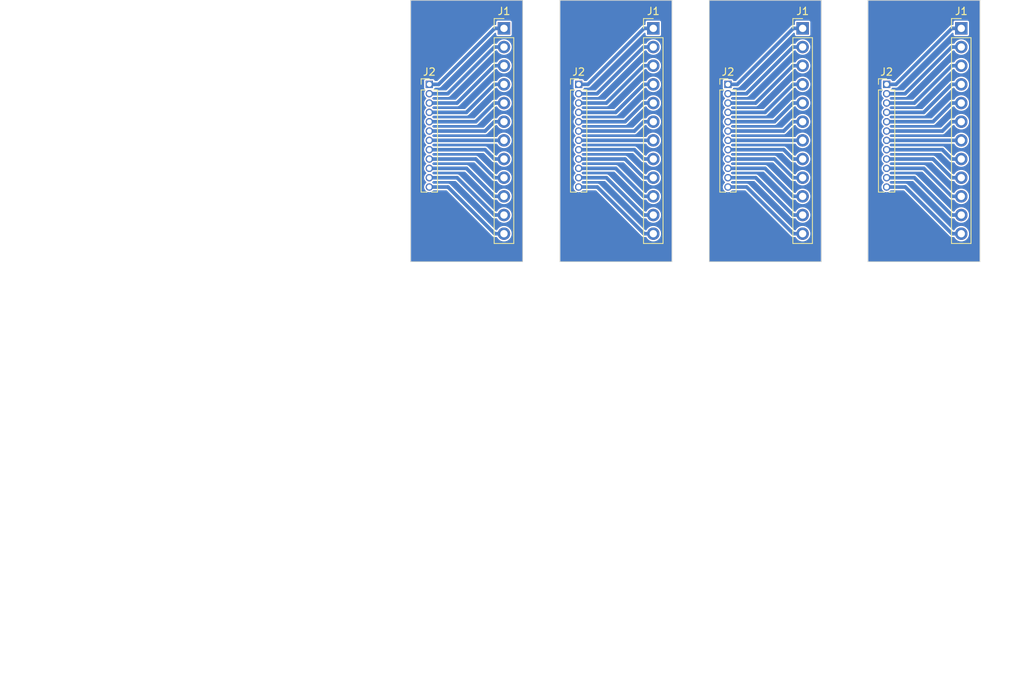
<source format=kicad_pcb>
(kicad_pcb (version 20221018) (generator pcbnew)
  (layers (0 "F.Cu" signal) (31 "B.Cu" signal) (34 "B.Paste" user) (35 "F.Paste" user) (36 "B.SilkS" user "B.Silkscreen") (37 "F.SilkS" user "F.Silkscreen") (38 "B.Mask" user) (39 "F.Mask" user) (44 "Edge.Cuts" user))
  (net 0 "")
  (net 1 "Net-(J1-Pin_1)")
  (net 2 "Net-(J1-Pin_2)")
  (net 3 "Net-(J1-Pin_3)")
  (net 4 "Net-(J1-Pin_4)")
  (net 5 "Net-(J1-Pin_5)")
  (net 6 "Net-(J1-Pin_6)")
  (net 7 "Net-(J1-Pin_7)")
  (net 8 "Net-(J1-Pin_8)")
  (net 9 "Net-(J1-Pin_9)")
  (net 10 "Net-(J1-Pin_10)")
  (net 11 "Net-(J1-Pin_11)")
  (net 12 "Net-(J1-Pin_12)")
  (footprint "Connector_PinHeader_1.27mm:PinHeader_1x12_P1.27mm_Vertical" (layer "F.Cu") (at 200.66 29.21)
    (fp_text reference "J2" (at 0 -1.695) (layer "F.SilkS"))
    (fp_text value "Screw_Terminal_01x12" hide)
    (fp_line (start -1.11 -0.76) (end 0 -0.76) (stroke (width 0.12)) (layer "F.SilkS"))
    (fp_line (start -1.11 0) (end -1.11 -0.76) (stroke (width 0.12)) (layer "F.SilkS"))
    (fp_line (start -1.11 0.76) (end -1.11 14.665) (stroke (width 0.12)) (layer "F.SilkS"))
    (fp_line (start -1.11 0.76) (end -0.563471 0.76) (stroke (width 0.12)) (layer "F.SilkS"))
    (fp_line (start -1.11 14.665) (end -0.30753 14.665) (stroke (width 0.12)) (layer "F.SilkS"))
    (fp_line (start 0.30753 14.665) (end 1.11 14.665) (stroke (width 0.12)) (layer "F.SilkS"))
    (fp_line (start 0.563471 0.76) (end 1.11 0.76) (stroke (width 0.12)) (layer "F.SilkS"))
    (fp_line (start 1.11 0.76) (end 1.11 14.665) (stroke (width 0.12)) (layer "F.SilkS"))
    (pad "1" thru_hole rect (at 0 0) (size 1 1) (drill 0.65) (layers "*.Cu" "*.Mask") (net 1 "Net-(J1-Pin_1)"))
    (pad "2" thru_hole oval (at 0 1.27) (size 1 1) (drill 0.65) (layers "*.Cu" "*.Mask") (net 2 "Net-(J1-Pin_2)"))
    (pad "3" thru_hole oval (at 0 2.54) (size 1 1) (drill 0.65) (layers "*.Cu" "*.Mask") (net 3 "Net-(J1-Pin_3)"))
    (pad "4" thru_hole oval (at 0 3.81) (size 1 1) (drill 0.65) (layers "*.Cu" "*.Mask") (net 4 "Net-(J1-Pin_4)"))
    (pad "5" thru_hole oval (at 0 5.08) (size 1 1) (drill 0.65) (layers "*.Cu" "*.Mask") (net 5 "Net-(J1-Pin_5)"))
    (pad "6" thru_hole oval (at 0 6.35) (size 1 1) (drill 0.65) (layers "*.Cu" "*.Mask") (net 6 "Net-(J1-Pin_6)"))
    (pad "7" thru_hole oval (at 0 7.62) (size 1 1) (drill 0.65) (layers "*.Cu" "*.Mask") (net 7 "Net-(J1-Pin_7)"))
    (pad "8" thru_hole oval (at 0 8.89) (size 1 1) (drill 0.65) (layers "*.Cu" "*.Mask") (net 8 "Net-(J1-Pin_8)"))
    (pad "9" thru_hole oval (at 0 10.16) (size 1 1) (drill 0.65) (layers "*.Cu" "*.Mask") (net 9 "Net-(J1-Pin_9)"))
    (pad "10" thru_hole oval (at 0 11.43) (size 1 1) (drill 0.65) (layers "*.Cu" "*.Mask") (net 10 "Net-(J1-Pin_10)"))
    (pad "11" thru_hole oval (at 0 12.7) (size 1 1) (drill 0.65) (layers "*.Cu" "*.Mask") (net 11 "Net-(J1-Pin_11)"))
    (pad "12" thru_hole oval (at 0 13.97) (size 1 1) (drill 0.65) (layers "*.Cu" "*.Mask") (net 12 "Net-(J1-Pin_12)"))
  )
  (footprint "Connector_PinHeader_2.54mm:PinHeader_1x12_P2.54mm_Vertical" (layer "F.Cu") (at 251.46 21.59)
    (fp_text reference "J1" (at 0 -2.33) (layer "F.SilkS"))
    (fp_text value "Screw_Terminal_01x12")
    (fp_line (start -1.33 -1.33) (end 0 -1.33) (stroke (width 0.12)) (layer "F.SilkS"))
    (fp_line (start -1.33 0) (end -1.33 -1.33) (stroke (width 0.12)) (layer "F.SilkS"))
    (fp_line (start -1.33 1.27) (end -1.33 29.27) (stroke (width 0.12)) (layer "F.SilkS"))
    (fp_line (start -1.33 1.27) (end 1.33 1.27) (stroke (width 0.12)) (layer "F.SilkS"))
    (fp_line (start -1.33 29.27) (end 1.33 29.27) (stroke (width 0.12)) (layer "F.SilkS"))
    (fp_line (start 1.33 1.27) (end 1.33 29.27) (stroke (width 0.12)) (layer "F.SilkS"))
    (pad "1" thru_hole rect (at 0 0) (size 1.7 1.7) (drill 1) (layers "*.Cu" "*.Mask") (net 1 "Net-(J1-Pin_1)"))
    (pad "2" thru_hole oval (at 0 2.54) (size 1.7 1.7) (drill 1) (layers "*.Cu" "*.Mask") (net 2 "Net-(J1-Pin_2)"))
    (pad "3" thru_hole oval (at 0 5.08) (size 1.7 1.7) (drill 1) (layers "*.Cu" "*.Mask") (net 3 "Net-(J1-Pin_3)"))
    (pad "4" thru_hole oval (at 0 7.62) (size 1.7 1.7) (drill 1) (layers "*.Cu" "*.Mask") (net 4 "Net-(J1-Pin_4)"))
    (pad "5" thru_hole oval (at 0 10.16) (size 1.7 1.7) (drill 1) (layers "*.Cu" "*.Mask") (net 5 "Net-(J1-Pin_5)"))
    (pad "6" thru_hole oval (at 0 12.7) (size 1.7 1.7) (drill 1) (layers "*.Cu" "*.Mask") (net 6 "Net-(J1-Pin_6)"))
    (pad "7" thru_hole oval (at 0 15.24) (size 1.7 1.7) (drill 1) (layers "*.Cu" "*.Mask") (net 7 "Net-(J1-Pin_7)"))
    (pad "8" thru_hole oval (at 0 17.78) (size 1.7 1.7) (drill 1) (layers "*.Cu" "*.Mask") (net 8 "Net-(J1-Pin_8)"))
    (pad "9" thru_hole oval (at 0 20.32) (size 1.7 1.7) (drill 1) (layers "*.Cu" "*.Mask") (net 9 "Net-(J1-Pin_9)"))
    (pad "10" thru_hole oval (at 0 22.86) (size 1.7 1.7) (drill 1) (layers "*.Cu" "*.Mask") (net 10 "Net-(J1-Pin_10)"))
    (pad "11" thru_hole oval (at 0 25.4) (size 1.7 1.7) (drill 1) (layers "*.Cu" "*.Mask") (net 11 "Net-(J1-Pin_11)"))
    (pad "12" thru_hole oval (at 0 27.94) (size 1.7 1.7) (drill 1) (layers "*.Cu" "*.Mask") (net 12 "Net-(J1-Pin_12)"))
  )
  (footprint "Connector_PinHeader_1.27mm:PinHeader_1x12_P1.27mm_Vertical" (layer "F.Cu") (at 241.3 29.21)
    (fp_text reference "J2" (at 0 -1.695) (layer "F.SilkS"))
    (fp_text value "Screw_Terminal_01x12" hide)
    (fp_line (start -1.11 -0.76) (end 0 -0.76) (stroke (width 0.12)) (layer "F.SilkS"))
    (fp_line (start -1.11 0) (end -1.11 -0.76) (stroke (width 0.12)) (layer "F.SilkS"))
    (fp_line (start -1.11 0.76) (end -1.11 14.665) (stroke (width 0.12)) (layer "F.SilkS"))
    (fp_line (start -1.11 0.76) (end -0.563471 0.76) (stroke (width 0.12)) (layer "F.SilkS"))
    (fp_line (start -1.11 14.665) (end -0.30753 14.665) (stroke (width 0.12)) (layer "F.SilkS"))
    (fp_line (start 0.30753 14.665) (end 1.11 14.665) (stroke (width 0.12)) (layer "F.SilkS"))
    (fp_line (start 0.563471 0.76) (end 1.11 0.76) (stroke (width 0.12)) (layer "F.SilkS"))
    (fp_line (start 1.11 0.76) (end 1.11 14.665) (stroke (width 0.12)) (layer "F.SilkS"))
    (pad "1" thru_hole rect (at 0 0) (size 1 1) (drill 0.65) (layers "*.Cu" "*.Mask") (net 1 "Net-(J1-Pin_1)"))
    (pad "2" thru_hole oval (at 0 1.27) (size 1 1) (drill 0.65) (layers "*.Cu" "*.Mask") (net 2 "Net-(J1-Pin_2)"))
    (pad "3" thru_hole oval (at 0 2.54) (size 1 1) (drill 0.65) (layers "*.Cu" "*.Mask") (net 3 "Net-(J1-Pin_3)"))
    (pad "4" thru_hole oval (at 0 3.81) (size 1 1) (drill 0.65) (layers "*.Cu" "*.Mask") (net 4 "Net-(J1-Pin_4)"))
    (pad "5" thru_hole oval (at 0 5.08) (size 1 1) (drill 0.65) (layers "*.Cu" "*.Mask") (net 5 "Net-(J1-Pin_5)"))
    (pad "6" thru_hole oval (at 0 6.35) (size 1 1) (drill 0.65) (layers "*.Cu" "*.Mask") (net 6 "Net-(J1-Pin_6)"))
    (pad "7" thru_hole oval (at 0 7.62) (size 1 1) (drill 0.65) (layers "*.Cu" "*.Mask") (net 7 "Net-(J1-Pin_7)"))
    (pad "8" thru_hole oval (at 0 8.89) (size 1 1) (drill 0.65) (layers "*.Cu" "*.Mask") (net 8 "Net-(J1-Pin_8)"))
    (pad "9" thru_hole oval (at 0 10.16) (size 1 1) (drill 0.65) (layers "*.Cu" "*.Mask") (net 9 "Net-(J1-Pin_9)"))
    (pad "10" thru_hole oval (at 0 11.43) (size 1 1) (drill 0.65) (layers "*.Cu" "*.Mask") (net 10 "Net-(J1-Pin_10)"))
    (pad "11" thru_hole oval (at 0 12.7) (size 1 1) (drill 0.65) (layers "*.Cu" "*.Mask") (net 11 "Net-(J1-Pin_11)"))
    (pad "12" thru_hole oval (at 0 13.97) (size 1 1) (drill 0.65) (layers "*.Cu" "*.Mask") (net 12 "Net-(J1-Pin_12)"))
  )
  (footprint "Connector_PinHeader_1.27mm:PinHeader_1x12_P1.27mm_Vertical" (layer "F.Cu") (at 220.98 29.21)
    (fp_text reference "J2" (at 0 -1.695) (layer "F.SilkS"))
    (fp_text value "Screw_Terminal_01x12" hide)
    (fp_line (start -1.11 -0.76) (end 0 -0.76) (stroke (width 0.12)) (layer "F.SilkS"))
    (fp_line (start -1.11 0) (end -1.11 -0.76) (stroke (width 0.12)) (layer "F.SilkS"))
    (fp_line (start -1.11 0.76) (end -1.11 14.665) (stroke (width 0.12)) (layer "F.SilkS"))
    (fp_line (start -1.11 0.76) (end -0.563471 0.76) (stroke (width 0.12)) (layer "F.SilkS"))
    (fp_line (start -1.11 14.665) (end -0.30753 14.665) (stroke (width 0.12)) (layer "F.SilkS"))
    (fp_line (start 0.30753 14.665) (end 1.11 14.665) (stroke (width 0.12)) (layer "F.SilkS"))
    (fp_line (start 0.563471 0.76) (end 1.11 0.76) (stroke (width 0.12)) (layer "F.SilkS"))
    (fp_line (start 1.11 0.76) (end 1.11 14.665) (stroke (width 0.12)) (layer "F.SilkS"))
    (pad "1" thru_hole rect (at 0 0) (size 1 1) (drill 0.65) (layers "*.Cu" "*.Mask") (net 1 "Net-(J1-Pin_1)"))
    (pad "2" thru_hole oval (at 0 1.27) (size 1 1) (drill 0.65) (layers "*.Cu" "*.Mask") (net 2 "Net-(J1-Pin_2)"))
    (pad "3" thru_hole oval (at 0 2.54) (size 1 1) (drill 0.65) (layers "*.Cu" "*.Mask") (net 3 "Net-(J1-Pin_3)"))
    (pad "4" thru_hole oval (at 0 3.81) (size 1 1) (drill 0.65) (layers "*.Cu" "*.Mask") (net 4 "Net-(J1-Pin_4)"))
    (pad "5" thru_hole oval (at 0 5.08) (size 1 1) (drill 0.65) (layers "*.Cu" "*.Mask") (net 5 "Net-(J1-Pin_5)"))
    (pad "6" thru_hole oval (at 0 6.35) (size 1 1) (drill 0.65) (layers "*.Cu" "*.Mask") (net 6 "Net-(J1-Pin_6)"))
    (pad "7" thru_hole oval (at 0 7.62) (size 1 1) (drill 0.65) (layers "*.Cu" "*.Mask") (net 7 "Net-(J1-Pin_7)"))
    (pad "8" thru_hole oval (at 0 8.89) (size 1 1) (drill 0.65) (layers "*.Cu" "*.Mask") (net 8 "Net-(J1-Pin_8)"))
    (pad "9" thru_hole oval (at 0 10.16) (size 1 1) (drill 0.65) (layers "*.Cu" "*.Mask") (net 9 "Net-(J1-Pin_9)"))
    (pad "10" thru_hole oval (at 0 11.43) (size 1 1) (drill 0.65) (layers "*.Cu" "*.Mask") (net 10 "Net-(J1-Pin_10)"))
    (pad "11" thru_hole oval (at 0 12.7) (size 1 1) (drill 0.65) (layers "*.Cu" "*.Mask") (net 11 "Net-(J1-Pin_11)"))
    (pad "12" thru_hole oval (at 0 13.97) (size 1 1) (drill 0.65) (layers "*.Cu" "*.Mask") (net 12 "Net-(J1-Pin_12)"))
  )
  (footprint "Connector_PinHeader_2.54mm:PinHeader_1x12_P2.54mm_Vertical" (layer "F.Cu") (at 231.14 21.59)
    (fp_text reference "J1" (at 0 -2.33) (layer "F.SilkS"))
    (fp_text value "Screw_Terminal_01x12")
    (fp_line (start -1.33 -1.33) (end 0 -1.33) (stroke (width 0.12)) (layer "F.SilkS"))
    (fp_line (start -1.33 0) (end -1.33 -1.33) (stroke (width 0.12)) (layer "F.SilkS"))
    (fp_line (start -1.33 1.27) (end -1.33 29.27) (stroke (width 0.12)) (layer "F.SilkS"))
    (fp_line (start -1.33 1.27) (end 1.33 1.27) (stroke (width 0.12)) (layer "F.SilkS"))
    (fp_line (start -1.33 29.27) (end 1.33 29.27) (stroke (width 0.12)) (layer "F.SilkS"))
    (fp_line (start 1.33 1.27) (end 1.33 29.27) (stroke (width 0.12)) (layer "F.SilkS"))
    (pad "1" thru_hole rect (at 0 0) (size 1.7 1.7) (drill 1) (layers "*.Cu" "*.Mask") (net 1 "Net-(J1-Pin_1)"))
    (pad "2" thru_hole oval (at 0 2.54) (size 1.7 1.7) (drill 1) (layers "*.Cu" "*.Mask") (net 2 "Net-(J1-Pin_2)"))
    (pad "3" thru_hole oval (at 0 5.08) (size 1.7 1.7) (drill 1) (layers "*.Cu" "*.Mask") (net 3 "Net-(J1-Pin_3)"))
    (pad "4" thru_hole oval (at 0 7.62) (size 1.7 1.7) (drill 1) (layers "*.Cu" "*.Mask") (net 4 "Net-(J1-Pin_4)"))
    (pad "5" thru_hole oval (at 0 10.16) (size 1.7 1.7) (drill 1) (layers "*.Cu" "*.Mask") (net 5 "Net-(J1-Pin_5)"))
    (pad "6" thru_hole oval (at 0 12.7) (size 1.7 1.7) (drill 1) (layers "*.Cu" "*.Mask") (net 6 "Net-(J1-Pin_6)"))
    (pad "7" thru_hole oval (at 0 15.24) (size 1.7 1.7) (drill 1) (layers "*.Cu" "*.Mask") (net 7 "Net-(J1-Pin_7)"))
    (pad "8" thru_hole oval (at 0 17.78) (size 1.7 1.7) (drill 1) (layers "*.Cu" "*.Mask") (net 8 "Net-(J1-Pin_8)"))
    (pad "9" thru_hole oval (at 0 20.32) (size 1.7 1.7) (drill 1) (layers "*.Cu" "*.Mask") (net 9 "Net-(J1-Pin_9)"))
    (pad "10" thru_hole oval (at 0 22.86) (size 1.7 1.7) (drill 1) (layers "*.Cu" "*.Mask") (net 10 "Net-(J1-Pin_10)"))
    (pad "11" thru_hole oval (at 0 25.4) (size 1.7 1.7) (drill 1) (layers "*.Cu" "*.Mask") (net 11 "Net-(J1-Pin_11)"))
    (pad "12" thru_hole oval (at 0 27.94) (size 1.7 1.7) (drill 1) (layers "*.Cu" "*.Mask") (net 12 "Net-(J1-Pin_12)"))
  )
  (footprint "Connector_PinHeader_1.27mm:PinHeader_1x12_P1.27mm_Vertical" (layer "F.Cu") (at 262.89 29.21)
    (fp_text reference "J2" (at 0 -1.695) (layer "F.SilkS"))
    (fp_text value "Screw_Terminal_01x12" hide)
    (fp_line (start -1.11 -0.76) (end 0 -0.76) (stroke (width 0.12)) (layer "F.SilkS"))
    (fp_line (start -1.11 0) (end -1.11 -0.76) (stroke (width 0.12)) (layer "F.SilkS"))
    (fp_line (start -1.11 0.76) (end -1.11 14.665) (stroke (width 0.12)) (layer "F.SilkS"))
    (fp_line (start -1.11 0.76) (end -0.563471 0.76) (stroke (width 0.12)) (layer "F.SilkS"))
    (fp_line (start -1.11 14.665) (end -0.30753 14.665) (stroke (width 0.12)) (layer "F.SilkS"))
    (fp_line (start 0.30753 14.665) (end 1.11 14.665) (stroke (width 0.12)) (layer "F.SilkS"))
    (fp_line (start 0.563471 0.76) (end 1.11 0.76) (stroke (width 0.12)) (layer "F.SilkS"))
    (fp_line (start 1.11 0.76) (end 1.11 14.665) (stroke (width 0.12)) (layer "F.SilkS"))
    (pad "1" thru_hole rect (at 0 0) (size 1 1) (drill 0.65) (layers "*.Cu" "*.Mask") (net 1 "Net-(J1-Pin_1)"))
    (pad "2" thru_hole oval (at 0 1.27) (size 1 1) (drill 0.65) (layers "*.Cu" "*.Mask") (net 2 "Net-(J1-Pin_2)"))
    (pad "3" thru_hole oval (at 0 2.54) (size 1 1) (drill 0.65) (layers "*.Cu" "*.Mask") (net 3 "Net-(J1-Pin_3)"))
    (pad "4" thru_hole oval (at 0 3.81) (size 1 1) (drill 0.65) (layers "*.Cu" "*.Mask") (net 4 "Net-(J1-Pin_4)"))
    (pad "5" thru_hole oval (at 0 5.08) (size 1 1) (drill 0.65) (layers "*.Cu" "*.Mask") (net 5 "Net-(J1-Pin_5)"))
    (pad "6" thru_hole oval (at 0 6.35) (size 1 1) (drill 0.65) (layers "*.Cu" "*.Mask") (net 6 "Net-(J1-Pin_6)"))
    (pad "7" thru_hole oval (at 0 7.62) (size 1 1) (drill 0.65) (layers "*.Cu" "*.Mask") (net 7 "Net-(J1-Pin_7)"))
    (pad "8" thru_hole oval (at 0 8.89) (size 1 1) (drill 0.65) (layers "*.Cu" "*.Mask") (net 8 "Net-(J1-Pin_8)"))
    (pad "9" thru_hole oval (at 0 10.16) (size 1 1) (drill 0.65) (layers "*.Cu" "*.Mask") (net 9 "Net-(J1-Pin_9)"))
    (pad "10" thru_hole oval (at 0 11.43) (size 1 1) (drill 0.65) (layers "*.Cu" "*.Mask") (net 10 "Net-(J1-Pin_10)"))
    (pad "11" thru_hole oval (at 0 12.7) (size 1 1) (drill 0.65) (layers "*.Cu" "*.Mask") (net 11 "Net-(J1-Pin_11)"))
    (pad "12" thru_hole oval (at 0 13.97) (size 1 1) (drill 0.65) (layers "*.Cu" "*.Mask") (net 12 "Net-(J1-Pin_12)"))
  )
  (footprint "Connector_PinHeader_2.54mm:PinHeader_1x12_P2.54mm_Vertical" (layer "F.Cu") (at 210.82 21.59)
    (fp_text reference "J1" (at 0 -2.33) (layer "F.SilkS"))
    (fp_text value "Screw_Terminal_01x12")
    (fp_line (start -1.33 -1.33) (end 0 -1.33) (stroke (width 0.12)) (layer "F.SilkS"))
    (fp_line (start -1.33 0) (end -1.33 -1.33) (stroke (width 0.12)) (layer "F.SilkS"))
    (fp_line (start -1.33 1.27) (end -1.33 29.27) (stroke (width 0.12)) (layer "F.SilkS"))
    (fp_line (start -1.33 1.27) (end 1.33 1.27) (stroke (width 0.12)) (layer "F.SilkS"))
    (fp_line (start -1.33 29.27) (end 1.33 29.27) (stroke (width 0.12)) (layer "F.SilkS"))
    (fp_line (start 1.33 1.27) (end 1.33 29.27) (stroke (width 0.12)) (layer "F.SilkS"))
    (pad "1" thru_hole rect (at 0 0) (size 1.7 1.7) (drill 1) (layers "*.Cu" "*.Mask") (net 1 "Net-(J1-Pin_1)"))
    (pad "2" thru_hole oval (at 0 2.54) (size 1.7 1.7) (drill 1) (layers "*.Cu" "*.Mask") (net 2 "Net-(J1-Pin_2)"))
    (pad "3" thru_hole oval (at 0 5.08) (size 1.7 1.7) (drill 1) (layers "*.Cu" "*.Mask") (net 3 "Net-(J1-Pin_3)"))
    (pad "4" thru_hole oval (at 0 7.62) (size 1.7 1.7) (drill 1) (layers "*.Cu" "*.Mask") (net 4 "Net-(J1-Pin_4)"))
    (pad "5" thru_hole oval (at 0 10.16) (size 1.7 1.7) (drill 1) (layers "*.Cu" "*.Mask") (net 5 "Net-(J1-Pin_5)"))
    (pad "6" thru_hole oval (at 0 12.7) (size 1.7 1.7) (drill 1) (layers "*.Cu" "*.Mask") (net 6 "Net-(J1-Pin_6)"))
    (pad "7" thru_hole oval (at 0 15.24) (size 1.7 1.7) (drill 1) (layers "*.Cu" "*.Mask") (net 7 "Net-(J1-Pin_7)"))
    (pad "8" thru_hole oval (at 0 17.78) (size 1.7 1.7) (drill 1) (layers "*.Cu" "*.Mask") (net 8 "Net-(J1-Pin_8)"))
    (pad "9" thru_hole oval (at 0 20.32) (size 1.7 1.7) (drill 1) (layers "*.Cu" "*.Mask") (net 9 "Net-(J1-Pin_9)"))
    (pad "10" thru_hole oval (at 0 22.86) (size 1.7 1.7) (drill 1) (layers "*.Cu" "*.Mask") (net 10 "Net-(J1-Pin_10)"))
    (pad "11" thru_hole oval (at 0 25.4) (size 1.7 1.7) (drill 1) (layers "*.Cu" "*.Mask") (net 11 "Net-(J1-Pin_11)"))
    (pad "12" thru_hole oval (at 0 27.94) (size 1.7 1.7) (drill 1) (layers "*.Cu" "*.Mask") (net 12 "Net-(J1-Pin_12)"))
  )
  (footprint "Connector_PinHeader_2.54mm:PinHeader_1x12_P2.54mm_Vertical" (layer "F.Cu") (at 273.05 21.59)
    (fp_text reference "J1" (at 0 -2.33) (layer "F.SilkS"))
    (fp_text value "Screw_Terminal_01x12")
    (fp_line (start -1.33 -1.33) (end 0 -1.33) (stroke (width 0.12)) (layer "F.SilkS"))
    (fp_line (start -1.33 0) (end -1.33 -1.33) (stroke (width 0.12)) (layer "F.SilkS"))
    (fp_line (start -1.33 1.27) (end -1.33 29.27) (stroke (width 0.12)) (layer "F.SilkS"))
    (fp_line (start -1.33 1.27) (end 1.33 1.27) (stroke (width 0.12)) (layer "F.SilkS"))
    (fp_line (start -1.33 29.27) (end 1.33 29.27) (stroke (width 0.12)) (layer "F.SilkS"))
    (fp_line (start 1.33 1.27) (end 1.33 29.27) (stroke (width 0.12)) (layer "F.SilkS"))
    (pad "1" thru_hole rect (at 0 0) (size 1.7 1.7) (drill 1) (layers "*.Cu" "*.Mask") (net 1 "Net-(J1-Pin_1)"))
    (pad "2" thru_hole oval (at 0 2.54) (size 1.7 1.7) (drill 1) (layers "*.Cu" "*.Mask") (net 2 "Net-(J1-Pin_2)"))
    (pad "3" thru_hole oval (at 0 5.08) (size 1.7 1.7) (drill 1) (layers "*.Cu" "*.Mask") (net 3 "Net-(J1-Pin_3)"))
    (pad "4" thru_hole oval (at 0 7.62) (size 1.7 1.7) (drill 1) (layers "*.Cu" "*.Mask") (net 4 "Net-(J1-Pin_4)"))
    (pad "5" thru_hole oval (at 0 10.16) (size 1.7 1.7) (drill 1) (layers "*.Cu" "*.Mask") (net 5 "Net-(J1-Pin_5)"))
    (pad "6" thru_hole oval (at 0 12.7) (size 1.7 1.7) (drill 1) (layers "*.Cu" "*.Mask") (net 6 "Net-(J1-Pin_6)"))
    (pad "7" thru_hole oval (at 0 15.24) (size 1.7 1.7) (drill 1) (layers "*.Cu" "*.Mask") (net 7 "Net-(J1-Pin_7)"))
    (pad "8" thru_hole oval (at 0 17.78) (size 1.7 1.7) (drill 1) (layers "*.Cu" "*.Mask") (net 8 "Net-(J1-Pin_8)"))
    (pad "9" thru_hole oval (at 0 20.32) (size 1.7 1.7) (drill 1) (layers "*.Cu" "*.Mask") (net 9 "Net-(J1-Pin_9)"))
    (pad "10" thru_hole oval (at 0 22.86) (size 1.7 1.7) (drill 1) (layers "*.Cu" "*.Mask") (net 10 "Net-(J1-Pin_10)"))
    (pad "11" thru_hole oval (at 0 25.4) (size 1.7 1.7) (drill 1) (layers "*.Cu" "*.Mask") (net 11 "Net-(J1-Pin_11)"))
    (pad "12" thru_hole oval (at 0 27.94) (size 1.7 1.7) (drill 1) (layers "*.Cu" "*.Mask") (net 12 "Net-(J1-Pin_12)"))
  )
  (gr_line (start 213.36 17.78) (end 198.12 17.78) (stroke (width 0.1)) (layer "Edge.Cuts"))
  (gr_line (start 260.35 53.34) (end 275.59 53.34) (stroke (width 0.1)) (layer "Edge.Cuts"))
  (gr_line (start 198.12 17.78) (end 198.12 53.34) (stroke (width 0.1)) (layer "Edge.Cuts"))
  (gr_line (start 238.76 53.34) (end 254 53.34) (stroke (width 0.1)) (layer "Edge.Cuts"))
  (gr_line (start 275.59 17.78) (end 260.35 17.78) (stroke (width 0.1)) (layer "Edge.Cuts"))
  (gr_line (start 213.36 53.34) (end 213.36 17.78) (stroke (width 0.1)) (layer "Edge.Cuts"))
  (gr_line (start 218.44 53.34) (end 233.68 53.34) (stroke (width 0.1)) (layer "Edge.Cuts"))
  (gr_line (start 260.35 17.78) (end 260.35 53.34) (stroke (width 0.1)) (layer "Edge.Cuts"))
  (gr_line (start 254 53.34) (end 254 17.78) (stroke (width 0.1)) (layer "Edge.Cuts"))
  (gr_line (start 198.12 53.34) (end 213.36 53.34) (stroke (width 0.1)) (layer "Edge.Cuts"))
  (gr_line (start 254 17.78) (end 238.76 17.78) (stroke (width 0.1)) (layer "Edge.Cuts"))
  (gr_line (start 275.59 53.34) (end 275.59 17.78) (stroke (width 0.1)) (layer "Edge.Cuts"))
  (gr_line (start 233.68 17.78) (end 218.44 17.78) (stroke (width 0.1)) (layer "Edge.Cuts"))
  (gr_line (start 218.44 17.78) (end 218.44 53.34) (stroke (width 0.1)) (layer "Edge.Cuts"))
  (gr_line (start 233.68 53.34) (end 233.68 17.78) (stroke (width 0.1)) (layer "Edge.Cuts"))
  (gr_line (start 238.76 17.78) (end 238.76 53.34) (stroke (width 0.1)) (layer "Edge.Cuts"))
  (segment (start 231.14 21.59) (end 229.87 21.59) (width 0.5) (layer "B.Cu") (net 1))
  (segment (start 229.87 21.59) (end 222.25 29.21) (width 0.5) (layer "B.Cu") (net 1))
  (segment (start 209.55 21.59) (end 201.93 29.21) (width 0.5) (layer "B.Cu") (net 1))
  (segment (start 264.16 29.21) (end 262.89 29.21) (width 0.5) (layer "B.Cu") (net 1))
  (segment (start 201.93 29.21) (end 200.66 29.21) (width 0.5) (layer "B.Cu") (net 1))
  (segment (start 222.25 29.21) (end 220.98 29.21) (width 0.5) (layer "B.Cu") (net 1))
  (segment (start 273.05 21.59) (end 271.78 21.59) (width 0.5) (layer "B.Cu") (net 1))
  (segment (start 210.82 21.59) (end 209.55 21.59) (width 0.5) (layer "B.Cu") (net 1))
  (segment (start 242.57 29.21) (end 241.3 29.21) (width 0.5) (layer "B.Cu") (net 1))
  (segment (start 271.78 21.59) (end 264.16 29.21) (width 0.5) (layer "B.Cu") (net 1))
  (segment (start 250.19 21.59) (end 242.57 29.21) (width 0.5) (layer "B.Cu") (net 1))
  (segment (start 251.46 21.59) (end 250.19 21.59) (width 0.5) (layer "B.Cu") (net 1))
  (segment (start 209.5181 24.13) (end 203.1681 30.48) (width 0.5) (layer "B.Cu") (net 2))
  (segment (start 203.1681 30.48) (end 200.66 30.48) (width 0.5) (layer "B.Cu") (net 2))
  (segment (start 243.8081 30.48) (end 241.3 30.48) (width 0.5) (layer "B.Cu") (net 2))
  (segment (start 210.82 24.13) (end 209.5181 24.13) (width 0.5) (layer "B.Cu") (net 2))
  (segment (start 251.46 24.13) (end 250.1581 24.13) (width 0.5) (layer "B.Cu") (net 2))
  (segment (start 229.8381 24.13) (end 223.4881 30.48) (width 0.5) (layer "B.Cu") (net 2))
  (segment (start 265.3981 30.48) (end 262.89 30.48) (width 0.5) (layer "B.Cu") (net 2))
  (segment (start 223.4881 30.48) (end 220.98 30.48) (width 0.5) (layer "B.Cu") (net 2))
  (segment (start 273.05 24.13) (end 271.7481 24.13) (width 0.5) (layer "B.Cu") (net 2))
  (segment (start 231.14 24.13) (end 229.8381 24.13) (width 0.5) (layer "B.Cu") (net 2))
  (segment (start 271.7481 24.13) (end 265.3981 30.48) (width 0.5) (layer "B.Cu") (net 2))
  (segment (start 250.1581 24.13) (end 243.8081 30.48) (width 0.5) (layer "B.Cu") (net 2))
  (segment (start 273.05 26.67) (end 271.7481 26.67) (width 0.5) (layer "B.Cu") (net 3))
  (segment (start 245.0781 31.75) (end 241.3 31.75) (width 0.5) (layer "B.Cu") (net 3))
  (segment (start 204.4381 31.75) (end 200.66 31.75) (width 0.5) (layer "B.Cu") (net 3))
  (segment (start 231.14 26.67) (end 229.8381 26.67) (width 0.5) (layer "B.Cu") (net 3))
  (segment (start 210.82 26.67) (end 209.5181 26.67) (width 0.5) (layer "B.Cu") (net 3))
  (segment (start 209.5181 26.67) (end 204.4381 31.75) (width 0.5) (layer "B.Cu") (net 3))
  (segment (start 229.8381 26.67) (end 224.7581 31.75) (width 0.5) (layer "B.Cu") (net 3))
  (segment (start 250.1581 26.67) (end 245.0781 31.75) (width 0.5) (layer "B.Cu") (net 3))
  (segment (start 224.7581 31.75) (end 220.98 31.75) (width 0.5) (layer "B.Cu") (net 3))
  (segment (start 266.6681 31.75) (end 262.89 31.75) (width 0.5) (layer "B.Cu") (net 3))
  (segment (start 271.7481 26.67) (end 266.6681 31.75) (width 0.5) (layer "B.Cu") (net 3))
  (segment (start 251.46 26.67) (end 250.1581 26.67) (width 0.5) (layer "B.Cu") (net 3))
  (segment (start 246.3481 33.02) (end 241.3 33.02) (width 0.5) (layer "B.Cu") (net 4))
  (segment (start 231.14 29.21) (end 229.8381 29.21) (width 0.5) (layer "B.Cu") (net 4))
  (segment (start 271.7481 29.21) (end 267.9381 33.02) (width 0.5) (layer "B.Cu") (net 4))
  (segment (start 273.05 29.21) (end 271.7481 29.21) (width 0.5) (layer "B.Cu") (net 4))
  (segment (start 267.9381 33.02) (end 262.89 33.02) (width 0.5) (layer "B.Cu") (net 4))
  (segment (start 209.5181 29.21) (end 205.7081 33.02) (width 0.5) (layer "B.Cu") (net 4))
  (segment (start 226.0281 33.02) (end 220.98 33.02) (width 0.5) (layer "B.Cu") (net 4))
  (segment (start 210.82 29.21) (end 209.5181 29.21) (width 0.5) (layer "B.Cu") (net 4))
  (segment (start 250.1581 29.21) (end 246.3481 33.02) (width 0.5) (layer "B.Cu") (net 4))
  (segment (start 251.46 29.21) (end 250.1581 29.21) (width 0.5) (layer "B.Cu") (net 4))
  (segment (start 205.7081 33.02) (end 200.66 33.02) (width 0.5) (layer "B.Cu") (net 4))
  (segment (start 229.8381 29.21) (end 226.0281 33.02) (width 0.5) (layer "B.Cu") (net 4))
  (segment (start 247.6181 34.29) (end 241.3 34.29) (width 0.5) (layer "B.Cu") (net 5))
  (segment (start 269.2081 34.29) (end 262.89 34.29) (width 0.5) (layer "B.Cu") (net 5))
  (segment (start 271.7481 31.75) (end 269.2081 34.29) (width 0.5) (layer "B.Cu") (net 5))
  (segment (start 229.8381 31.75) (end 227.2981 34.29) (width 0.5) (layer "B.Cu") (net 5))
  (segment (start 251.46 31.75) (end 250.1581 31.75) (width 0.5) (layer "B.Cu") (net 5))
  (segment (start 250.1581 31.75) (end 247.6181 34.29) (width 0.5) (layer "B.Cu") (net 5))
  (segment (start 206.9781 34.29) (end 200.66 34.29) (width 0.5) (layer "B.Cu") (net 5))
  (segment (start 231.14 31.75) (end 229.8381 31.75) (width 0.5) (layer "B.Cu") (net 5))
  (segment (start 210.82 31.75) (end 209.5181 31.75) (width 0.5) (layer "B.Cu") (net 5))
  (segment (start 227.2981 34.29) (end 220.98 34.29) (width 0.5) (layer "B.Cu") (net 5))
  (segment (start 209.5181 31.75) (end 206.9781 34.29) (width 0.5) (layer "B.Cu") (net 5))
  (segment (start 273.05 31.75) (end 271.7481 31.75) (width 0.5) (layer "B.Cu") (net 5))
  (segment (start 210.82 34.29) (end 209.5181 34.29) (width 0.5) (layer "B.Cu") (net 6))
  (segment (start 248.8881 35.56) (end 241.3 35.56) (width 0.5) (layer "B.Cu") (net 6))
  (segment (start 208.2481 35.56) (end 200.66 35.56) (width 0.5) (layer "B.Cu") (net 6))
  (segment (start 273.05 34.29) (end 271.7481 34.29) (width 0.5) (layer "B.Cu") (net 6))
  (segment (start 251.46 34.29) (end 250.1581 34.29) (width 0.5) (layer "B.Cu") (net 6))
  (segment (start 250.1581 34.29) (end 248.8881 35.56) (width 0.5) (layer "B.Cu") (net 6))
  (segment (start 228.5681 35.56) (end 220.98 35.56) (width 0.5) (layer "B.Cu") (net 6))
  (segment (start 231.14 34.29) (end 229.8381 34.29) (width 0.5) (layer "B.Cu") (net 6))
  (segment (start 229.8381 34.29) (end 228.5681 35.56) (width 0.5) (layer "B.Cu") (net 6))
  (segment (start 270.4781 35.56) (end 262.89 35.56) (width 0.5) (layer "B.Cu") (net 6))
  (segment (start 271.7481 34.29) (end 270.4781 35.56) (width 0.5) (layer "B.Cu") (net 6))
  (segment (start 209.5181 34.29) (end 208.2481 35.56) (width 0.5) (layer "B.Cu") (net 6))
  (segment (start 273.05 36.83) (end 262.89 36.83) (width 0.5) (layer "B.Cu") (net 7))
  (segment (start 231.14 36.83) (end 220.98 36.83) (width 0.5) (layer "B.Cu") (net 7))
  (segment (start 251.46 36.83) (end 241.3 36.83) (width 0.5) (layer "B.Cu") (net 7))
  (segment (start 210.82 36.83) (end 200.66 36.83) (width 0.5) (layer "B.Cu") (net 7))
  (segment (start 208.2481 38.1) (end 200.66 38.1) (width 0.5) (layer "B.Cu") (net 8))
  (segment (start 228.5681 38.1) (end 220.98 38.1) (width 0.5) (layer "B.Cu") (net 8))
  (segment (start 231.14 39.37) (end 229.8381 39.37) (width 0.5) (layer "B.Cu") (net 8))
  (segment (start 271.7481 39.37) (end 270.4781 38.1) (width 0.5) (layer "B.Cu") (net 8))
  (segment (start 209.5181 39.37) (end 208.2481 38.1) (width 0.5) (layer "B.Cu") (net 8))
  (segment (start 250.1581 39.37) (end 248.8881 38.1) (width 0.5) (layer "B.Cu") (net 8))
  (segment (start 210.82 39.37) (end 209.5181 39.37) (width 0.5) (layer "B.Cu") (net 8))
  (segment (start 229.8381 39.37) (end 228.5681 38.1) (width 0.5) (layer "B.Cu") (net 8))
  (segment (start 251.46 39.37) (end 250.1581 39.37) (width 0.5) (layer "B.Cu") (net 8))
  (segment (start 270.4781 38.1) (end 262.89 38.1) (width 0.5) (layer "B.Cu") (net 8))
  (segment (start 248.8881 38.1) (end 241.3 38.1) (width 0.5) (layer "B.Cu") (net 8))
  (segment (start 273.05 39.37) (end 271.7481 39.37) (width 0.5) (layer "B.Cu") (net 8))
  (segment (start 206.9781 39.37) (end 200.66 39.37) (width 0.5) (layer "B.Cu") (net 9))
  (segment (start 209.5181 41.91) (end 206.9781 39.37) (width 0.5) (layer "B.Cu") (net 9))
  (segment (start 227.2981 39.37) (end 220.98 39.37) (width 0.5) (layer "B.Cu") (net 9))
  (segment (start 229.8381 41.91) (end 227.2981 39.37) (width 0.5) (layer "B.Cu") (net 9))
  (segment (start 231.14 41.91) (end 229.8381 41.91) (width 0.5) (layer "B.Cu") (net 9))
  (segment (start 250.1581 41.91) (end 247.6181 39.37) (width 0.5) (layer "B.Cu") (net 9))
  (segment (start 210.82 41.91) (end 209.5181 41.91) (width 0.5) (layer "B.Cu") (net 9))
  (segment (start 251.46 41.91) (end 250.1581 41.91) (width 0.5) (layer "B.Cu") (net 9))
  (segment (start 273.05 41.91) (end 271.7481 41.91) (width 0.5) (layer "B.Cu") (net 9))
  (segment (start 269.2081 39.37) (end 262.89 39.37) (width 0.5) (layer "B.Cu") (net 9))
  (segment (start 271.7481 41.91) (end 269.2081 39.37) (width 0.5) (layer "B.Cu") (net 9))
  (segment (start 247.6181 39.37) (end 241.3 39.37) (width 0.5) (layer "B.Cu") (net 9))
  (segment (start 231.14 44.45) (end 229.8381 44.45) (width 0.5) (layer "B.Cu") (net 10))
  (segment (start 251.46 44.45) (end 250.1581 44.45) (width 0.5) (layer "B.Cu") (net 10))
  (segment (start 241.3 40.64) (end 246.3481 40.64) (width 0.5) (layer "B.Cu") (net 10))
  (segment (start 273.05 44.45) (end 271.7481 44.45) (width 0.5) (layer "B.Cu") (net 10))
  (segment (start 205.7081 40.64) (end 209.5181 44.45) (width 0.5) (layer "B.Cu") (net 10))
  (segment (start 210.82 44.45) (end 209.5181 44.45) (width 0.5) (layer "B.Cu") (net 10))
  (segment (start 246.3481 40.64) (end 250.1581 44.45) (width 0.5) (layer "B.Cu") (net 10))
  (segment (start 267.9381 40.64) (end 271.7481 44.45) (width 0.5) (layer "B.Cu") (net 10))
  (segment (start 226.0281 40.64) (end 229.8381 44.45) (width 0.5) (layer "B.Cu") (net 10))
  (segment (start 262.89 40.64) (end 267.9381 40.64) (width 0.5) (layer "B.Cu") (net 10))
  (segment (start 200.66 40.64) (end 205.7081 40.64) (width 0.5) (layer "B.Cu") (net 10))
  (segment (start 220.98 40.64) (end 226.0281 40.64) (width 0.5) (layer "B.Cu") (net 10))
  (segment (start 266.6681 41.91) (end 262.89 41.91) (width 0.5) (layer "B.Cu") (net 11))
  (segment (start 273.05 46.99) (end 271.7481 46.99) (width 0.5) (layer "B.Cu") (net 11))
  (segment (start 271.7481 46.99) (end 266.6681 41.91) (width 0.5) (layer "B.Cu") (net 11))
  (segment (start 245.0781 41.91) (end 241.3 41.91) (width 0.5) (layer "B.Cu") (net 11))
  (segment (start 210.82 46.99) (end 209.5181 46.99) (width 0.5) (layer "B.Cu") (net 11))
  (segment (start 224.7581 41.91) (end 220.98 41.91) (width 0.5) (layer "B.Cu") (net 11))
  (segment (start 229.8381 46.99) (end 224.7581 41.91) (width 0.5) (layer "B.Cu") (net 11))
  (segment (start 231.14 46.99) (end 229.8381 46.99) (width 0.5) (layer "B.Cu") (net 11))
  (segment (start 251.46 46.99) (end 250.1581 46.99) (width 0.5) (layer "B.Cu") (net 11))
  (segment (start 250.1581 46.99) (end 245.0781 41.91) (width 0.5) (layer "B.Cu") (net 11))
  (segment (start 204.4381 41.91) (end 200.66 41.91) (width 0.5) (layer "B.Cu") (net 11))
  (segment (start 209.5181 46.99) (end 204.4381 41.91) (width 0.5) (layer "B.Cu") (net 11))
  (segment (start 223.52 43.18) (end 220.98 43.18) (width 0.5) (layer "B.Cu") (net 12))
  (segment (start 229.87 49.53) (end 223.52 43.18) (width 0.5) (layer "B.Cu") (net 12))
  (segment (start 265.43 43.18) (end 262.89 43.18) (width 0.5) (layer "B.Cu") (net 12))
  (segment (start 243.84 43.18) (end 241.3 43.18) (width 0.5) (layer "B.Cu") (net 12))
  (segment (start 250.19 49.53) (end 243.84 43.18) (width 0.5) (layer "B.Cu") (net 12))
  (segment (start 210.82 49.53) (end 209.55 49.53) (width 0.5) (layer "B.Cu") (net 12))
  (segment (start 231.14 49.53) (end 229.87 49.53) (width 0.5) (layer "B.Cu") (net 12))
  (segment (start 251.46 49.53) (end 250.19 49.53) (width 0.5) (layer "B.Cu") (net 12))
  (segment (start 273.05 49.53) (end 271.78 49.53) (width 0.5) (layer "B.Cu") (net 12))
  (segment (start 209.55 49.53) (end 203.2 43.18) (width 0.5) (layer "B.Cu") (net 12))
  (segment (start 271.78 49.53) (end 265.43 43.18) (width 0.5) (layer "B.Cu") (net 12))
  (segment (start 203.2 43.18) (end 200.66 43.18) (width 0.5) (layer "B.Cu") (net 12))
  (zone locked (net 0) (net_name "") (layer "B.Cu") (priority 1) (connect_pads (clearance 0)) (min_thickness 0.25) (fill yes (thermal_gap 0.5) (thermal_bridge_width 0.5) (island_removal_mode 1) (island_area_min 10))
    (polygon (pts (xy 275.59 53.34) (xy 275.59 17.78) (xy 260.35 17.78) (xy 260.35 53.34)))
  )
  (zone locked (net 0) (net_name "") (layer "B.Cu") (priority 3) (connect_pads (clearance 0)) (min_thickness 0.25) (fill yes (thermal_gap 0.5) (thermal_bridge_width 0.5) (island_removal_mode 1) (island_area_min 10))
    (polygon (pts (xy 233.68 53.34) (xy 218.44 53.34) (xy 218.44 17.78) (xy 233.68 17.78)))
  )
  (zone locked (net 0) (net_name "") (layer "B.Cu") (priority 2) (connect_pads (clearance 0)) (min_thickness 0.25) (fill yes (thermal_gap 0.5) (thermal_bridge_width 0.5) (island_removal_mode 1) (island_area_min 10))
    (polygon (pts (xy 254 53.34) (xy 254 17.78) (xy 238.76 17.78) (xy 238.76 53.34)))
  )
  (zone locked (net 0) (net_name "") (layer "B.Cu") (priority 4) (connect_pads (clearance 0)) (min_thickness 0.25) (fill yes (thermal_gap 0.5) (thermal_bridge_width 0.5) (island_removal_mode 1) (island_area_min 10))
    (polygon (pts (xy 213.36 17.78) (xy 198.12 17.78) (xy 198.12 53.34) (xy 213.36 53.34)))
  )
)
</source>
